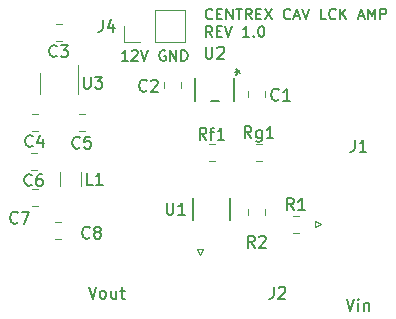
<source format=gbr>
G04 #@! TF.GenerationSoftware,KiCad,Pcbnew,(5.1.4)-1*
G04 #@! TF.CreationDate,2019-09-17T16:36:48-04:00*
G04 #@! TF.ProjectId,amplifier,616d706c-6966-4696-9572-2e6b69636164,rev?*
G04 #@! TF.SameCoordinates,Original*
G04 #@! TF.FileFunction,Legend,Top*
G04 #@! TF.FilePolarity,Positive*
%FSLAX46Y46*%
G04 Gerber Fmt 4.6, Leading zero omitted, Abs format (unit mm)*
G04 Created by KiCad (PCBNEW (5.1.4)-1) date 2019-09-17 16:36:48*
%MOMM*%
%LPD*%
G04 APERTURE LIST*
%ADD10C,0.135000*%
%ADD11C,0.150000*%
%ADD12C,0.120000*%
%ADD13C,0.152400*%
G04 APERTURE END LIST*
D10*
X130610321Y-61554928D02*
X130567464Y-61597785D01*
X130438892Y-61640642D01*
X130353178Y-61640642D01*
X130224607Y-61597785D01*
X130138892Y-61512071D01*
X130096035Y-61426357D01*
X130053178Y-61254928D01*
X130053178Y-61126357D01*
X130096035Y-60954928D01*
X130138892Y-60869214D01*
X130224607Y-60783500D01*
X130353178Y-60740642D01*
X130438892Y-60740642D01*
X130567464Y-60783500D01*
X130610321Y-60826357D01*
X130996035Y-61169214D02*
X131296035Y-61169214D01*
X131424607Y-61640642D02*
X130996035Y-61640642D01*
X130996035Y-60740642D01*
X131424607Y-60740642D01*
X131810321Y-61640642D02*
X131810321Y-60740642D01*
X132324607Y-61640642D01*
X132324607Y-60740642D01*
X132624607Y-60740642D02*
X133138892Y-60740642D01*
X132881750Y-61640642D02*
X132881750Y-60740642D01*
X133953178Y-61640642D02*
X133653178Y-61212071D01*
X133438892Y-61640642D02*
X133438892Y-60740642D01*
X133781750Y-60740642D01*
X133867464Y-60783500D01*
X133910321Y-60826357D01*
X133953178Y-60912071D01*
X133953178Y-61040642D01*
X133910321Y-61126357D01*
X133867464Y-61169214D01*
X133781750Y-61212071D01*
X133438892Y-61212071D01*
X134338892Y-61169214D02*
X134638892Y-61169214D01*
X134767464Y-61640642D02*
X134338892Y-61640642D01*
X134338892Y-60740642D01*
X134767464Y-60740642D01*
X135067464Y-60740642D02*
X135667464Y-61640642D01*
X135667464Y-60740642D02*
X135067464Y-61640642D01*
X137210321Y-61554928D02*
X137167464Y-61597785D01*
X137038892Y-61640642D01*
X136953178Y-61640642D01*
X136824607Y-61597785D01*
X136738892Y-61512071D01*
X136696035Y-61426357D01*
X136653178Y-61254928D01*
X136653178Y-61126357D01*
X136696035Y-60954928D01*
X136738892Y-60869214D01*
X136824607Y-60783500D01*
X136953178Y-60740642D01*
X137038892Y-60740642D01*
X137167464Y-60783500D01*
X137210321Y-60826357D01*
X137553178Y-61383500D02*
X137981750Y-61383500D01*
X137467464Y-61640642D02*
X137767464Y-60740642D01*
X138067464Y-61640642D01*
X138238892Y-60740642D02*
X138538892Y-61640642D01*
X138838892Y-60740642D01*
X140253178Y-61640642D02*
X139824607Y-61640642D01*
X139824607Y-60740642D01*
X141067464Y-61554928D02*
X141024607Y-61597785D01*
X140896035Y-61640642D01*
X140810321Y-61640642D01*
X140681750Y-61597785D01*
X140596035Y-61512071D01*
X140553178Y-61426357D01*
X140510321Y-61254928D01*
X140510321Y-61126357D01*
X140553178Y-60954928D01*
X140596035Y-60869214D01*
X140681750Y-60783500D01*
X140810321Y-60740642D01*
X140896035Y-60740642D01*
X141024607Y-60783500D01*
X141067464Y-60826357D01*
X141453178Y-61640642D02*
X141453178Y-60740642D01*
X141967464Y-61640642D02*
X141581750Y-61126357D01*
X141967464Y-60740642D02*
X141453178Y-61254928D01*
X142996035Y-61383500D02*
X143424607Y-61383500D01*
X142910321Y-61640642D02*
X143210321Y-60740642D01*
X143510321Y-61640642D01*
X143810321Y-61640642D02*
X143810321Y-60740642D01*
X144110321Y-61383500D01*
X144410321Y-60740642D01*
X144410321Y-61640642D01*
X144838892Y-61640642D02*
X144838892Y-60740642D01*
X145181750Y-60740642D01*
X145267464Y-60783500D01*
X145310321Y-60826357D01*
X145353178Y-60912071D01*
X145353178Y-61040642D01*
X145310321Y-61126357D01*
X145267464Y-61169214D01*
X145181750Y-61212071D01*
X144838892Y-61212071D01*
X130610321Y-63125642D02*
X130310321Y-62697071D01*
X130096035Y-63125642D02*
X130096035Y-62225642D01*
X130438892Y-62225642D01*
X130524607Y-62268500D01*
X130567464Y-62311357D01*
X130610321Y-62397071D01*
X130610321Y-62525642D01*
X130567464Y-62611357D01*
X130524607Y-62654214D01*
X130438892Y-62697071D01*
X130096035Y-62697071D01*
X130996035Y-62654214D02*
X131296035Y-62654214D01*
X131424607Y-63125642D02*
X130996035Y-63125642D01*
X130996035Y-62225642D01*
X131424607Y-62225642D01*
X131681750Y-62225642D02*
X131981750Y-63125642D01*
X132281750Y-62225642D01*
X133738892Y-63125642D02*
X133224607Y-63125642D01*
X133481750Y-63125642D02*
X133481750Y-62225642D01*
X133396035Y-62354214D01*
X133310321Y-62439928D01*
X133224607Y-62482785D01*
X134124607Y-63039928D02*
X134167464Y-63082785D01*
X134124607Y-63125642D01*
X134081750Y-63082785D01*
X134124607Y-63039928D01*
X134124607Y-63125642D01*
X134724607Y-62225642D02*
X134810321Y-62225642D01*
X134896035Y-62268500D01*
X134938892Y-62311357D01*
X134981750Y-62397071D01*
X135024607Y-62568500D01*
X135024607Y-62782785D01*
X134981750Y-62954214D01*
X134938892Y-63039928D01*
X134896035Y-63082785D01*
X134810321Y-63125642D01*
X134724607Y-63125642D01*
X134638892Y-63082785D01*
X134596035Y-63039928D01*
X134553178Y-62954214D01*
X134510321Y-62782785D01*
X134510321Y-62568500D01*
X134553178Y-62397071D01*
X134596035Y-62311357D01*
X134638892Y-62268500D01*
X134724607Y-62225642D01*
D11*
X120142190Y-84288380D02*
X120475523Y-85288380D01*
X120808857Y-84288380D01*
X121285047Y-85288380D02*
X121189809Y-85240761D01*
X121142190Y-85193142D01*
X121094571Y-85097904D01*
X121094571Y-84812190D01*
X121142190Y-84716952D01*
X121189809Y-84669333D01*
X121285047Y-84621714D01*
X121427904Y-84621714D01*
X121523142Y-84669333D01*
X121570761Y-84716952D01*
X121618380Y-84812190D01*
X121618380Y-85097904D01*
X121570761Y-85193142D01*
X121523142Y-85240761D01*
X121427904Y-85288380D01*
X121285047Y-85288380D01*
X122475523Y-84621714D02*
X122475523Y-85288380D01*
X122046952Y-84621714D02*
X122046952Y-85145523D01*
X122094571Y-85240761D01*
X122189809Y-85288380D01*
X122332666Y-85288380D01*
X122427904Y-85240761D01*
X122475523Y-85193142D01*
X122808857Y-84621714D02*
X123189809Y-84621714D01*
X122951714Y-84288380D02*
X122951714Y-85145523D01*
X122999333Y-85240761D01*
X123094571Y-85288380D01*
X123189809Y-85288380D01*
X141978190Y-85304380D02*
X142311523Y-86304380D01*
X142644857Y-85304380D01*
X142978190Y-86304380D02*
X142978190Y-85637714D01*
X142978190Y-85304380D02*
X142930571Y-85352000D01*
X142978190Y-85399619D01*
X143025809Y-85352000D01*
X142978190Y-85304380D01*
X142978190Y-85399619D01*
X143454380Y-85637714D02*
X143454380Y-86304380D01*
X143454380Y-85732952D02*
X143502000Y-85685333D01*
X143597238Y-85637714D01*
X143740095Y-85637714D01*
X143835333Y-85685333D01*
X143882952Y-85780571D01*
X143882952Y-86304380D01*
X123458571Y-65177142D02*
X122944285Y-65177142D01*
X123201428Y-65177142D02*
X123201428Y-64277142D01*
X123115714Y-64405714D01*
X123030000Y-64491428D01*
X122944285Y-64534285D01*
X123801428Y-64362857D02*
X123844285Y-64320000D01*
X123930000Y-64277142D01*
X124144285Y-64277142D01*
X124230000Y-64320000D01*
X124272857Y-64362857D01*
X124315714Y-64448571D01*
X124315714Y-64534285D01*
X124272857Y-64662857D01*
X123758571Y-65177142D01*
X124315714Y-65177142D01*
X124572857Y-64277142D02*
X124872857Y-65177142D01*
X125172857Y-64277142D01*
X126630000Y-64320000D02*
X126544285Y-64277142D01*
X126415714Y-64277142D01*
X126287142Y-64320000D01*
X126201428Y-64405714D01*
X126158571Y-64491428D01*
X126115714Y-64662857D01*
X126115714Y-64791428D01*
X126158571Y-64962857D01*
X126201428Y-65048571D01*
X126287142Y-65134285D01*
X126415714Y-65177142D01*
X126501428Y-65177142D01*
X126630000Y-65134285D01*
X126672857Y-65091428D01*
X126672857Y-64791428D01*
X126501428Y-64791428D01*
X127058571Y-65177142D02*
X127058571Y-64277142D01*
X127572857Y-65177142D01*
X127572857Y-64277142D01*
X128001428Y-65177142D02*
X128001428Y-64277142D01*
X128215714Y-64277142D01*
X128344285Y-64320000D01*
X128430000Y-64405714D01*
X128472857Y-64491428D01*
X128515714Y-64662857D01*
X128515714Y-64791428D01*
X128472857Y-64962857D01*
X128430000Y-65048571D01*
X128344285Y-65134285D01*
X128215714Y-65177142D01*
X128001428Y-65177142D01*
D12*
X119212000Y-67956000D02*
X119212000Y-65506000D01*
X115992000Y-66156000D02*
X115992000Y-67956000D01*
D13*
X132435600Y-68529200D02*
X132435600Y-66598800D01*
X130469640Y-68529200D02*
X131150360Y-68529200D01*
X129184400Y-66598800D02*
X129184400Y-68529200D01*
D12*
X134282922Y-73608000D02*
X134800078Y-73608000D01*
X134282922Y-72188000D02*
X134800078Y-72188000D01*
X130814578Y-72188000D02*
X130297422Y-72188000D01*
X130814578Y-73608000D02*
X130297422Y-73608000D01*
X135076000Y-78236578D02*
X135076000Y-77719422D01*
X133656000Y-78236578D02*
X133656000Y-77719422D01*
X137409422Y-79704000D02*
X137926578Y-79704000D01*
X137409422Y-78284000D02*
X137926578Y-78284000D01*
X117708000Y-74581936D02*
X117708000Y-75786064D01*
X119528000Y-74581936D02*
X119528000Y-75786064D01*
X123130000Y-63560000D02*
X123130000Y-62230000D01*
X124460000Y-63560000D02*
X123130000Y-63560000D01*
X125730000Y-63560000D02*
X125730000Y-60900000D01*
X125730000Y-60900000D02*
X128330000Y-60900000D01*
X125730000Y-63560000D02*
X128330000Y-63560000D01*
X128330000Y-63560000D02*
X128330000Y-60900000D01*
X129540000Y-81626000D02*
X129790000Y-81126000D01*
X129790000Y-81126000D02*
X129290000Y-81126000D01*
X129290000Y-81126000D02*
X129540000Y-81626000D01*
X139792000Y-78994000D02*
X139292000Y-78744000D01*
X139292000Y-78744000D02*
X139292000Y-79244000D01*
X139292000Y-79244000D02*
X139792000Y-78994000D01*
X117782078Y-78792000D02*
X117264922Y-78792000D01*
X117782078Y-80212000D02*
X117264922Y-80212000D01*
X115828578Y-75998000D02*
X115311422Y-75998000D01*
X115828578Y-77418000D02*
X115311422Y-77418000D01*
X115750078Y-72950000D02*
X115232922Y-72950000D01*
X115750078Y-74370000D02*
X115232922Y-74370000D01*
X119296922Y-71068000D02*
X119814078Y-71068000D01*
X119296922Y-69648000D02*
X119814078Y-69648000D01*
X115828578Y-69648000D02*
X115311422Y-69648000D01*
X115828578Y-71068000D02*
X115311422Y-71068000D01*
X117860578Y-62028000D02*
X117343422Y-62028000D01*
X117860578Y-63448000D02*
X117343422Y-63448000D01*
X126544000Y-66972922D02*
X126544000Y-67490078D01*
X127964000Y-66972922D02*
X127964000Y-67490078D01*
X133656000Y-67734922D02*
X133656000Y-68252078D01*
X135076000Y-67734922D02*
X135076000Y-68252078D01*
D13*
X128979000Y-76797000D02*
X128979000Y-78651000D01*
X132133000Y-78651000D02*
X132133000Y-76797000D01*
D11*
X119740095Y-66508380D02*
X119740095Y-67317904D01*
X119787714Y-67413142D01*
X119835333Y-67460761D01*
X119930571Y-67508380D01*
X120121047Y-67508380D01*
X120216285Y-67460761D01*
X120263904Y-67413142D01*
X120311523Y-67317904D01*
X120311523Y-66508380D01*
X120692476Y-66508380D02*
X121311523Y-66508380D01*
X120978190Y-66889333D01*
X121121047Y-66889333D01*
X121216285Y-66936952D01*
X121263904Y-66984571D01*
X121311523Y-67079809D01*
X121311523Y-67317904D01*
X121263904Y-67413142D01*
X121216285Y-67460761D01*
X121121047Y-67508380D01*
X120835333Y-67508380D01*
X120740095Y-67460761D01*
X120692476Y-67413142D01*
X130048095Y-63968380D02*
X130048095Y-64777904D01*
X130095714Y-64873142D01*
X130143333Y-64920761D01*
X130238571Y-64968380D01*
X130429047Y-64968380D01*
X130524285Y-64920761D01*
X130571904Y-64873142D01*
X130619523Y-64777904D01*
X130619523Y-63968380D01*
X131048095Y-64063619D02*
X131095714Y-64016000D01*
X131190952Y-63968380D01*
X131429047Y-63968380D01*
X131524285Y-64016000D01*
X131571904Y-64063619D01*
X131619523Y-64158857D01*
X131619523Y-64254095D01*
X131571904Y-64396952D01*
X131000476Y-64968380D01*
X131619523Y-64968380D01*
X132510280Y-66090800D02*
X132748376Y-66090800D01*
X132653138Y-66328895D02*
X132748376Y-66090800D01*
X132653138Y-65852704D01*
X132938852Y-66233657D02*
X132748376Y-66090800D01*
X132938852Y-65947942D01*
X133922452Y-71700380D02*
X133589119Y-71224190D01*
X133351023Y-71700380D02*
X133351023Y-70700380D01*
X133731976Y-70700380D01*
X133827214Y-70748000D01*
X133874833Y-70795619D01*
X133922452Y-70890857D01*
X133922452Y-71033714D01*
X133874833Y-71128952D01*
X133827214Y-71176571D01*
X133731976Y-71224190D01*
X133351023Y-71224190D01*
X134779595Y-71033714D02*
X134779595Y-71843238D01*
X134731976Y-71938476D01*
X134684357Y-71986095D01*
X134589119Y-72033714D01*
X134446261Y-72033714D01*
X134351023Y-71986095D01*
X134779595Y-71652761D02*
X134684357Y-71700380D01*
X134493880Y-71700380D01*
X134398642Y-71652761D01*
X134351023Y-71605142D01*
X134303404Y-71509904D01*
X134303404Y-71224190D01*
X134351023Y-71128952D01*
X134398642Y-71081333D01*
X134493880Y-71033714D01*
X134684357Y-71033714D01*
X134779595Y-71081333D01*
X135779595Y-71700380D02*
X135208166Y-71700380D01*
X135493880Y-71700380D02*
X135493880Y-70700380D01*
X135398642Y-70843238D01*
X135303404Y-70938476D01*
X135208166Y-70986095D01*
X130103619Y-71826380D02*
X129770285Y-71350190D01*
X129532190Y-71826380D02*
X129532190Y-70826380D01*
X129913142Y-70826380D01*
X130008380Y-70874000D01*
X130056000Y-70921619D01*
X130103619Y-71016857D01*
X130103619Y-71159714D01*
X130056000Y-71254952D01*
X130008380Y-71302571D01*
X129913142Y-71350190D01*
X129532190Y-71350190D01*
X130389333Y-71159714D02*
X130770285Y-71159714D01*
X130532190Y-71826380D02*
X130532190Y-70969238D01*
X130579809Y-70874000D01*
X130675047Y-70826380D01*
X130770285Y-70826380D01*
X131627428Y-71826380D02*
X131056000Y-71826380D01*
X131341714Y-71826380D02*
X131341714Y-70826380D01*
X131246476Y-70969238D01*
X131151238Y-71064476D01*
X131056000Y-71112095D01*
X134199333Y-80970380D02*
X133866000Y-80494190D01*
X133627904Y-80970380D02*
X133627904Y-79970380D01*
X134008857Y-79970380D01*
X134104095Y-80018000D01*
X134151714Y-80065619D01*
X134199333Y-80160857D01*
X134199333Y-80303714D01*
X134151714Y-80398952D01*
X134104095Y-80446571D01*
X134008857Y-80494190D01*
X133627904Y-80494190D01*
X134580285Y-80065619D02*
X134627904Y-80018000D01*
X134723142Y-79970380D01*
X134961238Y-79970380D01*
X135056476Y-80018000D01*
X135104095Y-80065619D01*
X135151714Y-80160857D01*
X135151714Y-80256095D01*
X135104095Y-80398952D01*
X134532666Y-80970380D01*
X135151714Y-80970380D01*
X137501333Y-77796380D02*
X137168000Y-77320190D01*
X136929904Y-77796380D02*
X136929904Y-76796380D01*
X137310857Y-76796380D01*
X137406095Y-76844000D01*
X137453714Y-76891619D01*
X137501333Y-76986857D01*
X137501333Y-77129714D01*
X137453714Y-77224952D01*
X137406095Y-77272571D01*
X137310857Y-77320190D01*
X136929904Y-77320190D01*
X138453714Y-77796380D02*
X137882285Y-77796380D01*
X138168000Y-77796380D02*
X138168000Y-76796380D01*
X138072761Y-76939238D01*
X137977523Y-77034476D01*
X137882285Y-77082095D01*
X120483333Y-75636380D02*
X120007142Y-75636380D01*
X120007142Y-74636380D01*
X121340476Y-75636380D02*
X120769047Y-75636380D01*
X121054761Y-75636380D02*
X121054761Y-74636380D01*
X120959523Y-74779238D01*
X120864285Y-74874476D01*
X120769047Y-74922095D01*
X121332666Y-61682380D02*
X121332666Y-62396666D01*
X121285047Y-62539523D01*
X121189809Y-62634761D01*
X121046952Y-62682380D01*
X120951714Y-62682380D01*
X122237428Y-62015714D02*
X122237428Y-62682380D01*
X121999333Y-61634761D02*
X121761238Y-62349047D01*
X122380285Y-62349047D01*
X135810666Y-84288380D02*
X135810666Y-85002666D01*
X135763047Y-85145523D01*
X135667809Y-85240761D01*
X135524952Y-85288380D01*
X135429714Y-85288380D01*
X136239238Y-84383619D02*
X136286857Y-84336000D01*
X136382095Y-84288380D01*
X136620190Y-84288380D01*
X136715428Y-84336000D01*
X136763047Y-84383619D01*
X136810666Y-84478857D01*
X136810666Y-84574095D01*
X136763047Y-84716952D01*
X136191619Y-85288380D01*
X136810666Y-85288380D01*
X142668666Y-71842380D02*
X142668666Y-72556666D01*
X142621047Y-72699523D01*
X142525809Y-72794761D01*
X142382952Y-72842380D01*
X142287714Y-72842380D01*
X143668666Y-72842380D02*
X143097238Y-72842380D01*
X143382952Y-72842380D02*
X143382952Y-71842380D01*
X143287714Y-71985238D01*
X143192476Y-72080476D01*
X143097238Y-72128095D01*
X120229333Y-80113142D02*
X120181714Y-80160761D01*
X120038857Y-80208380D01*
X119943619Y-80208380D01*
X119800761Y-80160761D01*
X119705523Y-80065523D01*
X119657904Y-79970285D01*
X119610285Y-79779809D01*
X119610285Y-79636952D01*
X119657904Y-79446476D01*
X119705523Y-79351238D01*
X119800761Y-79256000D01*
X119943619Y-79208380D01*
X120038857Y-79208380D01*
X120181714Y-79256000D01*
X120229333Y-79303619D01*
X120800761Y-79636952D02*
X120705523Y-79589333D01*
X120657904Y-79541714D01*
X120610285Y-79446476D01*
X120610285Y-79398857D01*
X120657904Y-79303619D01*
X120705523Y-79256000D01*
X120800761Y-79208380D01*
X120991238Y-79208380D01*
X121086476Y-79256000D01*
X121134095Y-79303619D01*
X121181714Y-79398857D01*
X121181714Y-79446476D01*
X121134095Y-79541714D01*
X121086476Y-79589333D01*
X120991238Y-79636952D01*
X120800761Y-79636952D01*
X120705523Y-79684571D01*
X120657904Y-79732190D01*
X120610285Y-79827428D01*
X120610285Y-80017904D01*
X120657904Y-80113142D01*
X120705523Y-80160761D01*
X120800761Y-80208380D01*
X120991238Y-80208380D01*
X121086476Y-80160761D01*
X121134095Y-80113142D01*
X121181714Y-80017904D01*
X121181714Y-79827428D01*
X121134095Y-79732190D01*
X121086476Y-79684571D01*
X120991238Y-79636952D01*
X114133333Y-78843142D02*
X114085714Y-78890761D01*
X113942857Y-78938380D01*
X113847619Y-78938380D01*
X113704761Y-78890761D01*
X113609523Y-78795523D01*
X113561904Y-78700285D01*
X113514285Y-78509809D01*
X113514285Y-78366952D01*
X113561904Y-78176476D01*
X113609523Y-78081238D01*
X113704761Y-77986000D01*
X113847619Y-77938380D01*
X113942857Y-77938380D01*
X114085714Y-77986000D01*
X114133333Y-78033619D01*
X114466666Y-77938380D02*
X115133333Y-77938380D01*
X114704761Y-78938380D01*
X115324833Y-75667142D02*
X115277214Y-75714761D01*
X115134357Y-75762380D01*
X115039119Y-75762380D01*
X114896261Y-75714761D01*
X114801023Y-75619523D01*
X114753404Y-75524285D01*
X114705785Y-75333809D01*
X114705785Y-75190952D01*
X114753404Y-75000476D01*
X114801023Y-74905238D01*
X114896261Y-74810000D01*
X115039119Y-74762380D01*
X115134357Y-74762380D01*
X115277214Y-74810000D01*
X115324833Y-74857619D01*
X116181976Y-74762380D02*
X115991500Y-74762380D01*
X115896261Y-74810000D01*
X115848642Y-74857619D01*
X115753404Y-75000476D01*
X115705785Y-75190952D01*
X115705785Y-75571904D01*
X115753404Y-75667142D01*
X115801023Y-75714761D01*
X115896261Y-75762380D01*
X116086738Y-75762380D01*
X116181976Y-75714761D01*
X116229595Y-75667142D01*
X116277214Y-75571904D01*
X116277214Y-75333809D01*
X116229595Y-75238571D01*
X116181976Y-75190952D01*
X116086738Y-75143333D01*
X115896261Y-75143333D01*
X115801023Y-75190952D01*
X115753404Y-75238571D01*
X115705785Y-75333809D01*
X119388833Y-72493142D02*
X119341214Y-72540761D01*
X119198357Y-72588380D01*
X119103119Y-72588380D01*
X118960261Y-72540761D01*
X118865023Y-72445523D01*
X118817404Y-72350285D01*
X118769785Y-72159809D01*
X118769785Y-72016952D01*
X118817404Y-71826476D01*
X118865023Y-71731238D01*
X118960261Y-71636000D01*
X119103119Y-71588380D01*
X119198357Y-71588380D01*
X119341214Y-71636000D01*
X119388833Y-71683619D01*
X120293595Y-71588380D02*
X119817404Y-71588380D01*
X119769785Y-72064571D01*
X119817404Y-72016952D01*
X119912642Y-71969333D01*
X120150738Y-71969333D01*
X120245976Y-72016952D01*
X120293595Y-72064571D01*
X120341214Y-72159809D01*
X120341214Y-72397904D01*
X120293595Y-72493142D01*
X120245976Y-72540761D01*
X120150738Y-72588380D01*
X119912642Y-72588380D01*
X119817404Y-72540761D01*
X119769785Y-72493142D01*
X115403333Y-72365142D02*
X115355714Y-72412761D01*
X115212857Y-72460380D01*
X115117619Y-72460380D01*
X114974761Y-72412761D01*
X114879523Y-72317523D01*
X114831904Y-72222285D01*
X114784285Y-72031809D01*
X114784285Y-71888952D01*
X114831904Y-71698476D01*
X114879523Y-71603238D01*
X114974761Y-71508000D01*
X115117619Y-71460380D01*
X115212857Y-71460380D01*
X115355714Y-71508000D01*
X115403333Y-71555619D01*
X116260476Y-71793714D02*
X116260476Y-72460380D01*
X116022380Y-71412761D02*
X115784285Y-72127047D01*
X116403333Y-72127047D01*
X117435333Y-64745142D02*
X117387714Y-64792761D01*
X117244857Y-64840380D01*
X117149619Y-64840380D01*
X117006761Y-64792761D01*
X116911523Y-64697523D01*
X116863904Y-64602285D01*
X116816285Y-64411809D01*
X116816285Y-64268952D01*
X116863904Y-64078476D01*
X116911523Y-63983238D01*
X117006761Y-63888000D01*
X117149619Y-63840380D01*
X117244857Y-63840380D01*
X117387714Y-63888000D01*
X117435333Y-63935619D01*
X117768666Y-63840380D02*
X118387714Y-63840380D01*
X118054380Y-64221333D01*
X118197238Y-64221333D01*
X118292476Y-64268952D01*
X118340095Y-64316571D01*
X118387714Y-64411809D01*
X118387714Y-64649904D01*
X118340095Y-64745142D01*
X118292476Y-64792761D01*
X118197238Y-64840380D01*
X117911523Y-64840380D01*
X117816285Y-64792761D01*
X117768666Y-64745142D01*
X125055333Y-67667142D02*
X125007714Y-67714761D01*
X124864857Y-67762380D01*
X124769619Y-67762380D01*
X124626761Y-67714761D01*
X124531523Y-67619523D01*
X124483904Y-67524285D01*
X124436285Y-67333809D01*
X124436285Y-67190952D01*
X124483904Y-67000476D01*
X124531523Y-66905238D01*
X124626761Y-66810000D01*
X124769619Y-66762380D01*
X124864857Y-66762380D01*
X125007714Y-66810000D01*
X125055333Y-66857619D01*
X125436285Y-66857619D02*
X125483904Y-66810000D01*
X125579142Y-66762380D01*
X125817238Y-66762380D01*
X125912476Y-66810000D01*
X125960095Y-66857619D01*
X126007714Y-66952857D01*
X126007714Y-67048095D01*
X125960095Y-67190952D01*
X125388666Y-67762380D01*
X126007714Y-67762380D01*
X136231333Y-68429142D02*
X136183714Y-68476761D01*
X136040857Y-68524380D01*
X135945619Y-68524380D01*
X135802761Y-68476761D01*
X135707523Y-68381523D01*
X135659904Y-68286285D01*
X135612285Y-68095809D01*
X135612285Y-67952952D01*
X135659904Y-67762476D01*
X135707523Y-67667238D01*
X135802761Y-67572000D01*
X135945619Y-67524380D01*
X136040857Y-67524380D01*
X136183714Y-67572000D01*
X136231333Y-67619619D01*
X137183714Y-68524380D02*
X136612285Y-68524380D01*
X136898000Y-68524380D02*
X136898000Y-67524380D01*
X136802761Y-67667238D01*
X136707523Y-67762476D01*
X136612285Y-67810095D01*
X126746095Y-77176380D02*
X126746095Y-77985904D01*
X126793714Y-78081142D01*
X126841333Y-78128761D01*
X126936571Y-78176380D01*
X127127047Y-78176380D01*
X127222285Y-78128761D01*
X127269904Y-78081142D01*
X127317523Y-77985904D01*
X127317523Y-77176380D01*
X128317523Y-78176380D02*
X127746095Y-78176380D01*
X128031809Y-78176380D02*
X128031809Y-77176380D01*
X127936571Y-77319238D01*
X127841333Y-77414476D01*
X127746095Y-77462095D01*
M02*

</source>
